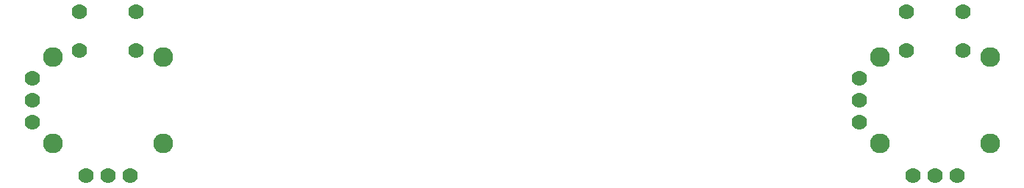
<source format=gbr>
%TF.GenerationSoftware,KiCad,Pcbnew,5.1.6-c6e7f7d~87~ubuntu18.04.1*%
%TF.CreationDate,2020-09-20T23:53:53-07:00*%
%TF.ProjectId,cad,6361642e-6b69-4636-9164-5f7063625858,rev?*%
%TF.SameCoordinates,Original*%
%TF.FileFunction,Paste,Top*%
%TF.FilePolarity,Positive*%
%FSLAX46Y46*%
G04 Gerber Fmt 4.6, Leading zero omitted, Abs format (unit mm)*
G04 Created by KiCad (PCBNEW 5.1.6-c6e7f7d~87~ubuntu18.04.1) date 2020-09-20 23:53:53*
%MOMM*%
%LPD*%
G01*
G04 APERTURE LIST*
%ADD10C,1.778000*%
%ADD11C,2.286000*%
G04 APERTURE END LIST*
D10*
%TO.C,J1*%
X97950000Y-101610000D03*
X97950000Y-99060000D03*
X97948000Y-96510000D03*
D11*
X113005000Y-94060000D03*
X113005000Y-104060000D03*
X100355000Y-104060000D03*
X100355000Y-94060000D03*
D10*
X109230000Y-107790000D03*
X106680000Y-107790000D03*
X104130000Y-107790000D03*
X109930000Y-93310000D03*
X103430000Y-93310000D03*
X109930000Y-88810000D03*
X103430000Y-88810000D03*
%TD*%
%TO.C,J2*%
X193200000Y-101610000D03*
X193200000Y-99060000D03*
X193198000Y-96510000D03*
D11*
X208255000Y-94060000D03*
X208255000Y-104060000D03*
X195605000Y-104060000D03*
X195605000Y-94060000D03*
D10*
X204480000Y-107790000D03*
X201930000Y-107790000D03*
X199380000Y-107790000D03*
X205180000Y-93310000D03*
X198680000Y-93310000D03*
X205180000Y-88810000D03*
X198680000Y-88810000D03*
%TD*%
M02*

</source>
